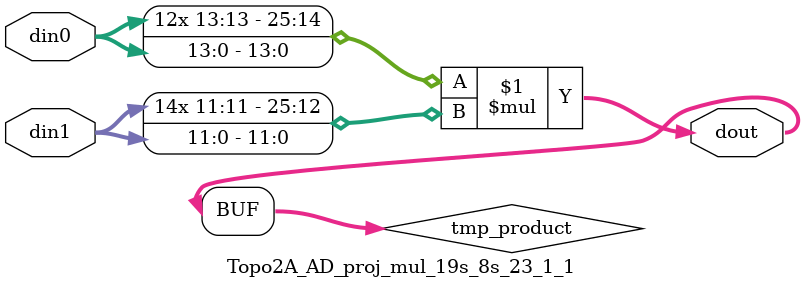
<source format=v>

`timescale 1 ns / 1 ps

 module Topo2A_AD_proj_mul_19s_8s_23_1_1(din0, din1, dout);
parameter ID = 1;
parameter NUM_STAGE = 0;
parameter din0_WIDTH = 14;
parameter din1_WIDTH = 12;
parameter dout_WIDTH = 26;

input [din0_WIDTH - 1 : 0] din0; 
input [din1_WIDTH - 1 : 0] din1; 
output [dout_WIDTH - 1 : 0] dout;

wire signed [dout_WIDTH - 1 : 0] tmp_product;



























assign tmp_product = $signed(din0) * $signed(din1);








assign dout = tmp_product;





















endmodule

</source>
